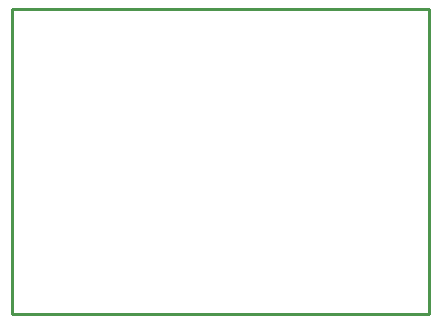
<source format=gko>
G04 Layer_Color=16711935*
%FSLAX42Y42*%
%MOMM*%
G71*
G01*
G75*
%ADD28C,0.25*%
D28*
X0Y0D02*
X3530D01*
X0D02*
Y2580D01*
X3530D01*
Y0D02*
Y2580D01*
M02*

</source>
